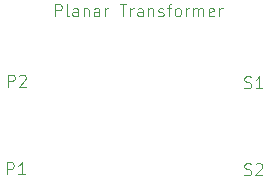
<source format=gbr>
%TF.GenerationSoftware,KiCad,Pcbnew,8.0.0*%
%TF.CreationDate,2024-05-01T17:20:29-04:00*%
%TF.ProjectId,planar_transformer_v2,706c616e-6172-45f7-9472-616e73666f72,rev?*%
%TF.SameCoordinates,Original*%
%TF.FileFunction,Legend,Top*%
%TF.FilePolarity,Positive*%
%FSLAX46Y46*%
G04 Gerber Fmt 4.6, Leading zero omitted, Abs format (unit mm)*
G04 Created by KiCad (PCBNEW 8.0.0) date 2024-05-01 17:20:29*
%MOMM*%
%LPD*%
G01*
G04 APERTURE LIST*
%ADD10C,0.100000*%
G04 APERTURE END LIST*
D10*
X120953884Y-92074419D02*
X120953884Y-91074419D01*
X120953884Y-91074419D02*
X121334836Y-91074419D01*
X121334836Y-91074419D02*
X121430074Y-91122038D01*
X121430074Y-91122038D02*
X121477693Y-91169657D01*
X121477693Y-91169657D02*
X121525312Y-91264895D01*
X121525312Y-91264895D02*
X121525312Y-91407752D01*
X121525312Y-91407752D02*
X121477693Y-91502990D01*
X121477693Y-91502990D02*
X121430074Y-91550609D01*
X121430074Y-91550609D02*
X121334836Y-91598228D01*
X121334836Y-91598228D02*
X120953884Y-91598228D01*
X121906265Y-91169657D02*
X121953884Y-91122038D01*
X121953884Y-91122038D02*
X122049122Y-91074419D01*
X122049122Y-91074419D02*
X122287217Y-91074419D01*
X122287217Y-91074419D02*
X122382455Y-91122038D01*
X122382455Y-91122038D02*
X122430074Y-91169657D01*
X122430074Y-91169657D02*
X122477693Y-91264895D01*
X122477693Y-91264895D02*
X122477693Y-91360133D01*
X122477693Y-91360133D02*
X122430074Y-91502990D01*
X122430074Y-91502990D02*
X121858646Y-92074419D01*
X121858646Y-92074419D02*
X122477693Y-92074419D01*
X124941684Y-86105419D02*
X124941684Y-85105419D01*
X124941684Y-85105419D02*
X125322636Y-85105419D01*
X125322636Y-85105419D02*
X125417874Y-85153038D01*
X125417874Y-85153038D02*
X125465493Y-85200657D01*
X125465493Y-85200657D02*
X125513112Y-85295895D01*
X125513112Y-85295895D02*
X125513112Y-85438752D01*
X125513112Y-85438752D02*
X125465493Y-85533990D01*
X125465493Y-85533990D02*
X125417874Y-85581609D01*
X125417874Y-85581609D02*
X125322636Y-85629228D01*
X125322636Y-85629228D02*
X124941684Y-85629228D01*
X126084541Y-86105419D02*
X125989303Y-86057800D01*
X125989303Y-86057800D02*
X125941684Y-85962561D01*
X125941684Y-85962561D02*
X125941684Y-85105419D01*
X126894065Y-86105419D02*
X126894065Y-85581609D01*
X126894065Y-85581609D02*
X126846446Y-85486371D01*
X126846446Y-85486371D02*
X126751208Y-85438752D01*
X126751208Y-85438752D02*
X126560732Y-85438752D01*
X126560732Y-85438752D02*
X126465494Y-85486371D01*
X126894065Y-86057800D02*
X126798827Y-86105419D01*
X126798827Y-86105419D02*
X126560732Y-86105419D01*
X126560732Y-86105419D02*
X126465494Y-86057800D01*
X126465494Y-86057800D02*
X126417875Y-85962561D01*
X126417875Y-85962561D02*
X126417875Y-85867323D01*
X126417875Y-85867323D02*
X126465494Y-85772085D01*
X126465494Y-85772085D02*
X126560732Y-85724466D01*
X126560732Y-85724466D02*
X126798827Y-85724466D01*
X126798827Y-85724466D02*
X126894065Y-85676847D01*
X127370256Y-85438752D02*
X127370256Y-86105419D01*
X127370256Y-85533990D02*
X127417875Y-85486371D01*
X127417875Y-85486371D02*
X127513113Y-85438752D01*
X127513113Y-85438752D02*
X127655970Y-85438752D01*
X127655970Y-85438752D02*
X127751208Y-85486371D01*
X127751208Y-85486371D02*
X127798827Y-85581609D01*
X127798827Y-85581609D02*
X127798827Y-86105419D01*
X128703589Y-86105419D02*
X128703589Y-85581609D01*
X128703589Y-85581609D02*
X128655970Y-85486371D01*
X128655970Y-85486371D02*
X128560732Y-85438752D01*
X128560732Y-85438752D02*
X128370256Y-85438752D01*
X128370256Y-85438752D02*
X128275018Y-85486371D01*
X128703589Y-86057800D02*
X128608351Y-86105419D01*
X128608351Y-86105419D02*
X128370256Y-86105419D01*
X128370256Y-86105419D02*
X128275018Y-86057800D01*
X128275018Y-86057800D02*
X128227399Y-85962561D01*
X128227399Y-85962561D02*
X128227399Y-85867323D01*
X128227399Y-85867323D02*
X128275018Y-85772085D01*
X128275018Y-85772085D02*
X128370256Y-85724466D01*
X128370256Y-85724466D02*
X128608351Y-85724466D01*
X128608351Y-85724466D02*
X128703589Y-85676847D01*
X129179780Y-86105419D02*
X129179780Y-85438752D01*
X129179780Y-85629228D02*
X129227399Y-85533990D01*
X129227399Y-85533990D02*
X129275018Y-85486371D01*
X129275018Y-85486371D02*
X129370256Y-85438752D01*
X129370256Y-85438752D02*
X129465494Y-85438752D01*
X130417876Y-85105419D02*
X130989304Y-85105419D01*
X130703590Y-86105419D02*
X130703590Y-85105419D01*
X131322638Y-86105419D02*
X131322638Y-85438752D01*
X131322638Y-85629228D02*
X131370257Y-85533990D01*
X131370257Y-85533990D02*
X131417876Y-85486371D01*
X131417876Y-85486371D02*
X131513114Y-85438752D01*
X131513114Y-85438752D02*
X131608352Y-85438752D01*
X132370257Y-86105419D02*
X132370257Y-85581609D01*
X132370257Y-85581609D02*
X132322638Y-85486371D01*
X132322638Y-85486371D02*
X132227400Y-85438752D01*
X132227400Y-85438752D02*
X132036924Y-85438752D01*
X132036924Y-85438752D02*
X131941686Y-85486371D01*
X132370257Y-86057800D02*
X132275019Y-86105419D01*
X132275019Y-86105419D02*
X132036924Y-86105419D01*
X132036924Y-86105419D02*
X131941686Y-86057800D01*
X131941686Y-86057800D02*
X131894067Y-85962561D01*
X131894067Y-85962561D02*
X131894067Y-85867323D01*
X131894067Y-85867323D02*
X131941686Y-85772085D01*
X131941686Y-85772085D02*
X132036924Y-85724466D01*
X132036924Y-85724466D02*
X132275019Y-85724466D01*
X132275019Y-85724466D02*
X132370257Y-85676847D01*
X132846448Y-85438752D02*
X132846448Y-86105419D01*
X132846448Y-85533990D02*
X132894067Y-85486371D01*
X132894067Y-85486371D02*
X132989305Y-85438752D01*
X132989305Y-85438752D02*
X133132162Y-85438752D01*
X133132162Y-85438752D02*
X133227400Y-85486371D01*
X133227400Y-85486371D02*
X133275019Y-85581609D01*
X133275019Y-85581609D02*
X133275019Y-86105419D01*
X133703591Y-86057800D02*
X133798829Y-86105419D01*
X133798829Y-86105419D02*
X133989305Y-86105419D01*
X133989305Y-86105419D02*
X134084543Y-86057800D01*
X134084543Y-86057800D02*
X134132162Y-85962561D01*
X134132162Y-85962561D02*
X134132162Y-85914942D01*
X134132162Y-85914942D02*
X134084543Y-85819704D01*
X134084543Y-85819704D02*
X133989305Y-85772085D01*
X133989305Y-85772085D02*
X133846448Y-85772085D01*
X133846448Y-85772085D02*
X133751210Y-85724466D01*
X133751210Y-85724466D02*
X133703591Y-85629228D01*
X133703591Y-85629228D02*
X133703591Y-85581609D01*
X133703591Y-85581609D02*
X133751210Y-85486371D01*
X133751210Y-85486371D02*
X133846448Y-85438752D01*
X133846448Y-85438752D02*
X133989305Y-85438752D01*
X133989305Y-85438752D02*
X134084543Y-85486371D01*
X134417877Y-85438752D02*
X134798829Y-85438752D01*
X134560734Y-86105419D02*
X134560734Y-85248276D01*
X134560734Y-85248276D02*
X134608353Y-85153038D01*
X134608353Y-85153038D02*
X134703591Y-85105419D01*
X134703591Y-85105419D02*
X134798829Y-85105419D01*
X135275020Y-86105419D02*
X135179782Y-86057800D01*
X135179782Y-86057800D02*
X135132163Y-86010180D01*
X135132163Y-86010180D02*
X135084544Y-85914942D01*
X135084544Y-85914942D02*
X135084544Y-85629228D01*
X135084544Y-85629228D02*
X135132163Y-85533990D01*
X135132163Y-85533990D02*
X135179782Y-85486371D01*
X135179782Y-85486371D02*
X135275020Y-85438752D01*
X135275020Y-85438752D02*
X135417877Y-85438752D01*
X135417877Y-85438752D02*
X135513115Y-85486371D01*
X135513115Y-85486371D02*
X135560734Y-85533990D01*
X135560734Y-85533990D02*
X135608353Y-85629228D01*
X135608353Y-85629228D02*
X135608353Y-85914942D01*
X135608353Y-85914942D02*
X135560734Y-86010180D01*
X135560734Y-86010180D02*
X135513115Y-86057800D01*
X135513115Y-86057800D02*
X135417877Y-86105419D01*
X135417877Y-86105419D02*
X135275020Y-86105419D01*
X136036925Y-86105419D02*
X136036925Y-85438752D01*
X136036925Y-85629228D02*
X136084544Y-85533990D01*
X136084544Y-85533990D02*
X136132163Y-85486371D01*
X136132163Y-85486371D02*
X136227401Y-85438752D01*
X136227401Y-85438752D02*
X136322639Y-85438752D01*
X136655973Y-86105419D02*
X136655973Y-85438752D01*
X136655973Y-85533990D02*
X136703592Y-85486371D01*
X136703592Y-85486371D02*
X136798830Y-85438752D01*
X136798830Y-85438752D02*
X136941687Y-85438752D01*
X136941687Y-85438752D02*
X137036925Y-85486371D01*
X137036925Y-85486371D02*
X137084544Y-85581609D01*
X137084544Y-85581609D02*
X137084544Y-86105419D01*
X137084544Y-85581609D02*
X137132163Y-85486371D01*
X137132163Y-85486371D02*
X137227401Y-85438752D01*
X137227401Y-85438752D02*
X137370258Y-85438752D01*
X137370258Y-85438752D02*
X137465497Y-85486371D01*
X137465497Y-85486371D02*
X137513116Y-85581609D01*
X137513116Y-85581609D02*
X137513116Y-86105419D01*
X138370258Y-86057800D02*
X138275020Y-86105419D01*
X138275020Y-86105419D02*
X138084544Y-86105419D01*
X138084544Y-86105419D02*
X137989306Y-86057800D01*
X137989306Y-86057800D02*
X137941687Y-85962561D01*
X137941687Y-85962561D02*
X137941687Y-85581609D01*
X137941687Y-85581609D02*
X137989306Y-85486371D01*
X137989306Y-85486371D02*
X138084544Y-85438752D01*
X138084544Y-85438752D02*
X138275020Y-85438752D01*
X138275020Y-85438752D02*
X138370258Y-85486371D01*
X138370258Y-85486371D02*
X138417877Y-85581609D01*
X138417877Y-85581609D02*
X138417877Y-85676847D01*
X138417877Y-85676847D02*
X137941687Y-85772085D01*
X138846449Y-86105419D02*
X138846449Y-85438752D01*
X138846449Y-85629228D02*
X138894068Y-85533990D01*
X138894068Y-85533990D02*
X138941687Y-85486371D01*
X138941687Y-85486371D02*
X139036925Y-85438752D01*
X139036925Y-85438752D02*
X139132163Y-85438752D01*
X120877684Y-99491219D02*
X120877684Y-98491219D01*
X120877684Y-98491219D02*
X121258636Y-98491219D01*
X121258636Y-98491219D02*
X121353874Y-98538838D01*
X121353874Y-98538838D02*
X121401493Y-98586457D01*
X121401493Y-98586457D02*
X121449112Y-98681695D01*
X121449112Y-98681695D02*
X121449112Y-98824552D01*
X121449112Y-98824552D02*
X121401493Y-98919790D01*
X121401493Y-98919790D02*
X121353874Y-98967409D01*
X121353874Y-98967409D02*
X121258636Y-99015028D01*
X121258636Y-99015028D02*
X120877684Y-99015028D01*
X122401493Y-99491219D02*
X121830065Y-99491219D01*
X122115779Y-99491219D02*
X122115779Y-98491219D01*
X122115779Y-98491219D02*
X122020541Y-98634076D01*
X122020541Y-98634076D02*
X121925303Y-98729314D01*
X121925303Y-98729314D02*
X121830065Y-98776933D01*
X140972265Y-99519800D02*
X141115122Y-99567419D01*
X141115122Y-99567419D02*
X141353217Y-99567419D01*
X141353217Y-99567419D02*
X141448455Y-99519800D01*
X141448455Y-99519800D02*
X141496074Y-99472180D01*
X141496074Y-99472180D02*
X141543693Y-99376942D01*
X141543693Y-99376942D02*
X141543693Y-99281704D01*
X141543693Y-99281704D02*
X141496074Y-99186466D01*
X141496074Y-99186466D02*
X141448455Y-99138847D01*
X141448455Y-99138847D02*
X141353217Y-99091228D01*
X141353217Y-99091228D02*
X141162741Y-99043609D01*
X141162741Y-99043609D02*
X141067503Y-98995990D01*
X141067503Y-98995990D02*
X141019884Y-98948371D01*
X141019884Y-98948371D02*
X140972265Y-98853133D01*
X140972265Y-98853133D02*
X140972265Y-98757895D01*
X140972265Y-98757895D02*
X141019884Y-98662657D01*
X141019884Y-98662657D02*
X141067503Y-98615038D01*
X141067503Y-98615038D02*
X141162741Y-98567419D01*
X141162741Y-98567419D02*
X141400836Y-98567419D01*
X141400836Y-98567419D02*
X141543693Y-98615038D01*
X141924646Y-98662657D02*
X141972265Y-98615038D01*
X141972265Y-98615038D02*
X142067503Y-98567419D01*
X142067503Y-98567419D02*
X142305598Y-98567419D01*
X142305598Y-98567419D02*
X142400836Y-98615038D01*
X142400836Y-98615038D02*
X142448455Y-98662657D01*
X142448455Y-98662657D02*
X142496074Y-98757895D01*
X142496074Y-98757895D02*
X142496074Y-98853133D01*
X142496074Y-98853133D02*
X142448455Y-98995990D01*
X142448455Y-98995990D02*
X141877027Y-99567419D01*
X141877027Y-99567419D02*
X142496074Y-99567419D01*
X140972265Y-92153800D02*
X141115122Y-92201419D01*
X141115122Y-92201419D02*
X141353217Y-92201419D01*
X141353217Y-92201419D02*
X141448455Y-92153800D01*
X141448455Y-92153800D02*
X141496074Y-92106180D01*
X141496074Y-92106180D02*
X141543693Y-92010942D01*
X141543693Y-92010942D02*
X141543693Y-91915704D01*
X141543693Y-91915704D02*
X141496074Y-91820466D01*
X141496074Y-91820466D02*
X141448455Y-91772847D01*
X141448455Y-91772847D02*
X141353217Y-91725228D01*
X141353217Y-91725228D02*
X141162741Y-91677609D01*
X141162741Y-91677609D02*
X141067503Y-91629990D01*
X141067503Y-91629990D02*
X141019884Y-91582371D01*
X141019884Y-91582371D02*
X140972265Y-91487133D01*
X140972265Y-91487133D02*
X140972265Y-91391895D01*
X140972265Y-91391895D02*
X141019884Y-91296657D01*
X141019884Y-91296657D02*
X141067503Y-91249038D01*
X141067503Y-91249038D02*
X141162741Y-91201419D01*
X141162741Y-91201419D02*
X141400836Y-91201419D01*
X141400836Y-91201419D02*
X141543693Y-91249038D01*
X142496074Y-92201419D02*
X141924646Y-92201419D01*
X142210360Y-92201419D02*
X142210360Y-91201419D01*
X142210360Y-91201419D02*
X142115122Y-91344276D01*
X142115122Y-91344276D02*
X142019884Y-91439514D01*
X142019884Y-91439514D02*
X141924646Y-91487133D01*
M02*

</source>
